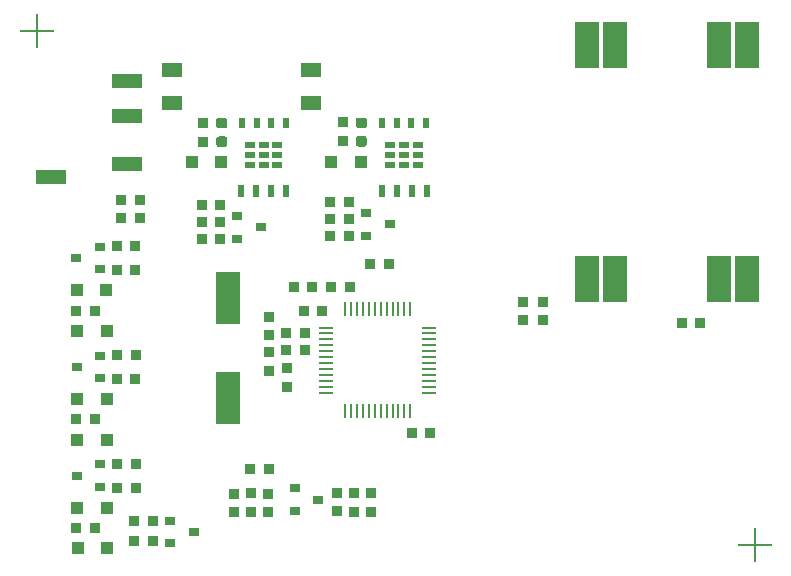
<source format=gtp>
G04 #@! TF.GenerationSoftware,KiCad,Pcbnew,6.0.0-rc1-unknown-6a5744a~66~ubuntu18.04.1*
G04 #@! TF.CreationDate,2018-10-14T16:50:05-07:00*
G04 #@! TF.ProjectId,EExtruder,4545787472756465722E6B696361645F,rev?*
G04 #@! TF.SameCoordinates,Original*
G04 #@! TF.FileFunction,Paste,Top*
G04 #@! TF.FilePolarity,Positive*
%FSLAX46Y46*%
G04 Gerber Fmt 4.6, Leading zero omitted, Abs format (unit mm)*
G04 Created by KiCad (PCBNEW 6.0.0-rc1-unknown-6a5744a~66~ubuntu18.04.1) date Sun 14 Oct 2018 04:50:05 PM PDT*
%MOMM*%
%LPD*%
G01*
G04 APERTURE LIST*
%ADD10R,3.000000X0.127000*%
%ADD11R,0.127000X3.000000*%
%ADD12R,0.875000X0.950000*%
%ADD13R,0.950000X0.875000*%
%ADD14R,1.750000X1.250000*%
%ADD15R,2.000000X4.000000*%
%ADD16R,2.000000X4.500000*%
%ADD17R,2.500000X1.200000*%
%ADD18R,0.250000X1.300000*%
%ADD19R,1.300000X0.250000*%
%ADD20R,0.900000X0.800000*%
%ADD21R,0.900000X0.600000*%
%ADD22R,0.600000X0.900000*%
%ADD23R,0.600000X1.050000*%
%ADD24R,1.000000X1.000000*%
%ADD25C,0.100000*%
%ADD26C,0.875000*%
G04 APERTURE END LIST*
D10*
G04 #@! TO.C,FID2*
X190563500Y-128397000D03*
D11*
X190563500Y-128397000D03*
G04 #@! TD*
D10*
G04 #@! TO.C,FID1*
X129730500Y-84899500D03*
D11*
X129730500Y-84899500D03*
G04 #@! TD*
D12*
G04 #@! TO.C,R29*
X134683500Y-108585000D03*
X133108500Y-108585000D03*
G04 #@! TD*
G04 #@! TO.C,R28*
X136524500Y-105156000D03*
X138099500Y-105156000D03*
G04 #@! TD*
G04 #@! TO.C,R27*
X138099500Y-103124000D03*
X136524500Y-103124000D03*
G04 #@! TD*
G04 #@! TO.C,R26*
X134683500Y-127000000D03*
X133108500Y-127000000D03*
G04 #@! TD*
G04 #@! TO.C,R25*
X136562500Y-123571000D03*
X138137500Y-123571000D03*
G04 #@! TD*
G04 #@! TO.C,R24*
X138137500Y-121539000D03*
X136562500Y-121539000D03*
G04 #@! TD*
G04 #@! TO.C,R23*
X134683500Y-117792000D03*
X133108500Y-117792000D03*
G04 #@! TD*
G04 #@! TO.C,R22*
X136524500Y-114364000D03*
X138099500Y-114364000D03*
G04 #@! TD*
G04 #@! TO.C,R21*
X138112500Y-112332000D03*
X136537500Y-112332000D03*
G04 #@! TD*
D13*
G04 #@! TO.C,R20*
X155130000Y-124015500D03*
X155130000Y-125590500D03*
G04 #@! TD*
G04 #@! TO.C,R19*
X158052000Y-124028500D03*
X158052000Y-125603500D03*
G04 #@! TD*
G04 #@! TO.C,R18*
X146431000Y-124078500D03*
X146431000Y-125653500D03*
G04 #@! TD*
G04 #@! TO.C,R17*
X149352000Y-124078500D03*
X149352000Y-125653500D03*
G04 #@! TD*
G04 #@! TO.C,R16*
X143828000Y-92710000D03*
X143828000Y-94285000D03*
G04 #@! TD*
D12*
G04 #@! TO.C,R15*
X143712500Y-102552000D03*
X145287500Y-102552000D03*
G04 #@! TD*
G04 #@! TO.C,R14*
X145275500Y-99631500D03*
X143700500Y-99631500D03*
G04 #@! TD*
G04 #@! TO.C,R13*
X143700500Y-101092000D03*
X145275500Y-101092000D03*
G04 #@! TD*
D13*
G04 #@! TO.C,R12*
X155638000Y-92659000D03*
X155638000Y-94234000D03*
G04 #@! TD*
D12*
G04 #@! TO.C,R11*
X154571500Y-102298000D03*
X156146500Y-102298000D03*
G04 #@! TD*
G04 #@! TO.C,R10*
X156146500Y-99377500D03*
X154571500Y-99377500D03*
G04 #@! TD*
G04 #@! TO.C,R9*
X154571500Y-100838000D03*
X156146500Y-100838000D03*
G04 #@! TD*
G04 #@! TO.C,R8*
X139573000Y-126428500D03*
X137998000Y-126428500D03*
G04 #@! TD*
D13*
G04 #@! TO.C,R7*
X172593000Y-107835500D03*
X172593000Y-109410500D03*
G04 #@! TD*
D12*
G04 #@! TO.C,R6*
X159563500Y-104648000D03*
X157988500Y-104648000D03*
G04 #@! TD*
D13*
G04 #@! TO.C,R5*
X170878000Y-107835500D03*
X170878000Y-109410500D03*
G04 #@! TD*
D12*
G04 #@! TO.C,R4*
X152451500Y-111950000D03*
X150876500Y-111950000D03*
G04 #@! TD*
G04 #@! TO.C,R3*
X152451500Y-110490000D03*
X150876500Y-110490000D03*
G04 #@! TD*
G04 #@! TO.C,R2*
X138455500Y-100774000D03*
X136880500Y-100774000D03*
G04 #@! TD*
G04 #@! TO.C,R1*
X138481500Y-99250500D03*
X136906500Y-99250500D03*
G04 #@! TD*
D13*
G04 #@! TO.C,C14*
X156591000Y-125603500D03*
X156591000Y-124028500D03*
G04 #@! TD*
G04 #@! TO.C,C13*
X147891500Y-125603000D03*
X147891500Y-124028000D03*
G04 #@! TD*
D14*
G04 #@! TO.C,C12*
X141160000Y-88195500D03*
X141160000Y-90995500D03*
G04 #@! TD*
G04 #@! TO.C,C11*
X152972000Y-88195500D03*
X152972000Y-90995500D03*
G04 #@! TD*
D12*
G04 #@! TO.C,C10*
X149415500Y-121984000D03*
X147840500Y-121984000D03*
G04 #@! TD*
G04 #@! TO.C,C9*
X139573000Y-128079500D03*
X137998000Y-128079500D03*
G04 #@! TD*
G04 #@! TO.C,C8*
X184340500Y-109601000D03*
X185915500Y-109601000D03*
G04 #@! TD*
D13*
G04 #@! TO.C,C7*
X150940000Y-113474500D03*
X150940000Y-115049500D03*
G04 #@! TD*
D12*
G04 #@! TO.C,C6*
X163067500Y-118936000D03*
X161492500Y-118936000D03*
G04 #@! TD*
G04 #@! TO.C,C5*
X154686500Y-106553000D03*
X156261500Y-106553000D03*
G04 #@! TD*
D13*
G04 #@! TO.C,C4*
X149416000Y-112090500D03*
X149416000Y-113665500D03*
G04 #@! TD*
G04 #@! TO.C,C3*
X149416000Y-110680500D03*
X149416000Y-109105500D03*
G04 #@! TD*
D12*
G04 #@! TO.C,C2*
X153923500Y-108648000D03*
X152348500Y-108648000D03*
G04 #@! TD*
G04 #@! TO.C,C1*
X153085500Y-106553000D03*
X151510500Y-106553000D03*
G04 #@! TD*
D15*
G04 #@! TO.C,U2*
X178704000Y-105944000D03*
X176304000Y-105944000D03*
X187504000Y-105944000D03*
X189904000Y-105944000D03*
X178704000Y-86144000D03*
X176304000Y-86144000D03*
X187504000Y-86144000D03*
X189904000Y-86144000D03*
G04 #@! TD*
D16*
G04 #@! TO.C,Y1*
X145923000Y-107514000D03*
X145923000Y-116014000D03*
G04 #@! TD*
D17*
G04 #@! TO.C,J2*
X137426000Y-89154000D03*
X137426000Y-92154000D03*
X137426000Y-96154000D03*
X130926000Y-97254000D03*
G04 #@! TD*
D18*
G04 #@! TO.C,U1*
X155873000Y-108426000D03*
X156373000Y-108426000D03*
X156873000Y-108426000D03*
X157373000Y-108426000D03*
X157873000Y-108426000D03*
X158373000Y-108426000D03*
X158873000Y-108426000D03*
X159373000Y-108426000D03*
X159873000Y-108426000D03*
X160373000Y-108426000D03*
X160873000Y-108426000D03*
X161373000Y-108426000D03*
D19*
X162973000Y-110026000D03*
X162973000Y-110526000D03*
X162973000Y-111026000D03*
X162973000Y-111526000D03*
X162973000Y-112026000D03*
X162973000Y-112526000D03*
X162973000Y-113026000D03*
X162973000Y-113526000D03*
X162973000Y-114026000D03*
X162973000Y-114526000D03*
X162973000Y-115026000D03*
X162973000Y-115526000D03*
D18*
X161373000Y-117126000D03*
X160873000Y-117126000D03*
X160373000Y-117126000D03*
X159873000Y-117126000D03*
X159373000Y-117126000D03*
X158873000Y-117126000D03*
X158373000Y-117126000D03*
X157873000Y-117126000D03*
X157373000Y-117126000D03*
X156873000Y-117126000D03*
X156373000Y-117126000D03*
X155873000Y-117126000D03*
D19*
X154273000Y-115526000D03*
X154273000Y-115026000D03*
X154273000Y-114526000D03*
X154273000Y-114026000D03*
X154273000Y-113526000D03*
X154273000Y-113026000D03*
X154273000Y-112526000D03*
X154273000Y-112026000D03*
X154273000Y-111526000D03*
X154273000Y-111026000D03*
X154273000Y-110526000D03*
X154273000Y-110026000D03*
G04 #@! TD*
D20*
G04 #@! TO.C,Q7*
X133096000Y-104138000D03*
X135096000Y-103188000D03*
X135096000Y-105088000D03*
G04 #@! TD*
G04 #@! TO.C,Q6*
X133128000Y-122552000D03*
X135128000Y-121602000D03*
X135128000Y-123502000D03*
G04 #@! TD*
G04 #@! TO.C,Q5*
X133128000Y-113345000D03*
X135128000Y-112395000D03*
X135128000Y-114295000D03*
G04 #@! TD*
D21*
G04 #@! TO.C,Q4*
X148971000Y-95436500D03*
D22*
X149571000Y-92736500D03*
D23*
X150881000Y-98456500D03*
X149611000Y-98456500D03*
X147061000Y-98456500D03*
X148331000Y-98456500D03*
D22*
X148371000Y-92736500D03*
X150851000Y-92736500D03*
X147091000Y-92736500D03*
D21*
X148971000Y-96286500D03*
X148971000Y-94586500D03*
X150121000Y-94586500D03*
X150121000Y-96286500D03*
X150121000Y-95436500D03*
X147821000Y-94586500D03*
X147821000Y-96286500D03*
X147821000Y-95436500D03*
G04 #@! TD*
D20*
G04 #@! TO.C,Q3*
X148717000Y-101536000D03*
X146717000Y-102486000D03*
X146717000Y-100586000D03*
G04 #@! TD*
D21*
G04 #@! TO.C,Q2*
X160846000Y-95446000D03*
D22*
X161446000Y-92746000D03*
D23*
X162756000Y-98466000D03*
X161486000Y-98466000D03*
X158936000Y-98466000D03*
X160206000Y-98466000D03*
D22*
X160246000Y-92746000D03*
X162726000Y-92746000D03*
X158966000Y-92746000D03*
D21*
X160846000Y-96296000D03*
X160846000Y-94596000D03*
X161996000Y-94596000D03*
X161996000Y-96296000D03*
X161996000Y-95446000D03*
X159696000Y-94596000D03*
X159696000Y-96296000D03*
X159696000Y-95446000D03*
G04 #@! TD*
D20*
G04 #@! TO.C,Q1*
X159639000Y-101282000D03*
X157639000Y-102232000D03*
X157639000Y-100332000D03*
G04 #@! TD*
D24*
G04 #@! TO.C,D12*
X135660000Y-110300000D03*
X133160000Y-110300000D03*
G04 #@! TD*
G04 #@! TO.C,D11*
X135636000Y-106870000D03*
X133136000Y-106870000D03*
G04 #@! TD*
G04 #@! TO.C,D10*
X135723000Y-128714000D03*
X133223000Y-128714000D03*
G04 #@! TD*
G04 #@! TO.C,D9*
X135680000Y-125286000D03*
X133180000Y-125286000D03*
G04 #@! TD*
G04 #@! TO.C,D8*
X135660000Y-119507000D03*
X133160000Y-119507000D03*
G04 #@! TD*
G04 #@! TO.C,D7*
X135660000Y-116078000D03*
X133160000Y-116078000D03*
G04 #@! TD*
D20*
G04 #@! TO.C,D6*
X153574000Y-124587000D03*
X151574000Y-125537000D03*
X151574000Y-123637000D03*
G04 #@! TD*
G04 #@! TO.C,D5*
X143065500Y-127317500D03*
X141065500Y-128267500D03*
X141065500Y-126367500D03*
G04 #@! TD*
D24*
G04 #@! TO.C,D4*
X145375000Y-96012000D03*
X142875000Y-96012000D03*
G04 #@! TD*
D25*
G04 #@! TO.C,D3*
G36*
X145692691Y-93848553D02*
X145713926Y-93851703D01*
X145734750Y-93856919D01*
X145754962Y-93864151D01*
X145774368Y-93873330D01*
X145792781Y-93884366D01*
X145810024Y-93897154D01*
X145825930Y-93911570D01*
X145840346Y-93927476D01*
X145853134Y-93944719D01*
X145864170Y-93963132D01*
X145873349Y-93982538D01*
X145880581Y-94002750D01*
X145885797Y-94023574D01*
X145888947Y-94044809D01*
X145890000Y-94066250D01*
X145890000Y-94503750D01*
X145888947Y-94525191D01*
X145885797Y-94546426D01*
X145880581Y-94567250D01*
X145873349Y-94587462D01*
X145864170Y-94606868D01*
X145853134Y-94625281D01*
X145840346Y-94642524D01*
X145825930Y-94658430D01*
X145810024Y-94672846D01*
X145792781Y-94685634D01*
X145774368Y-94696670D01*
X145754962Y-94705849D01*
X145734750Y-94713081D01*
X145713926Y-94718297D01*
X145692691Y-94721447D01*
X145671250Y-94722500D01*
X145158750Y-94722500D01*
X145137309Y-94721447D01*
X145116074Y-94718297D01*
X145095250Y-94713081D01*
X145075038Y-94705849D01*
X145055632Y-94696670D01*
X145037219Y-94685634D01*
X145019976Y-94672846D01*
X145004070Y-94658430D01*
X144989654Y-94642524D01*
X144976866Y-94625281D01*
X144965830Y-94606868D01*
X144956651Y-94587462D01*
X144949419Y-94567250D01*
X144944203Y-94546426D01*
X144941053Y-94525191D01*
X144940000Y-94503750D01*
X144940000Y-94066250D01*
X144941053Y-94044809D01*
X144944203Y-94023574D01*
X144949419Y-94002750D01*
X144956651Y-93982538D01*
X144965830Y-93963132D01*
X144976866Y-93944719D01*
X144989654Y-93927476D01*
X145004070Y-93911570D01*
X145019976Y-93897154D01*
X145037219Y-93884366D01*
X145055632Y-93873330D01*
X145075038Y-93864151D01*
X145095250Y-93856919D01*
X145116074Y-93851703D01*
X145137309Y-93848553D01*
X145158750Y-93847500D01*
X145671250Y-93847500D01*
X145692691Y-93848553D01*
X145692691Y-93848553D01*
G37*
D26*
X145415000Y-94285000D03*
D25*
G36*
X145692691Y-92273553D02*
X145713926Y-92276703D01*
X145734750Y-92281919D01*
X145754962Y-92289151D01*
X145774368Y-92298330D01*
X145792781Y-92309366D01*
X145810024Y-92322154D01*
X145825930Y-92336570D01*
X145840346Y-92352476D01*
X145853134Y-92369719D01*
X145864170Y-92388132D01*
X145873349Y-92407538D01*
X145880581Y-92427750D01*
X145885797Y-92448574D01*
X145888947Y-92469809D01*
X145890000Y-92491250D01*
X145890000Y-92928750D01*
X145888947Y-92950191D01*
X145885797Y-92971426D01*
X145880581Y-92992250D01*
X145873349Y-93012462D01*
X145864170Y-93031868D01*
X145853134Y-93050281D01*
X145840346Y-93067524D01*
X145825930Y-93083430D01*
X145810024Y-93097846D01*
X145792781Y-93110634D01*
X145774368Y-93121670D01*
X145754962Y-93130849D01*
X145734750Y-93138081D01*
X145713926Y-93143297D01*
X145692691Y-93146447D01*
X145671250Y-93147500D01*
X145158750Y-93147500D01*
X145137309Y-93146447D01*
X145116074Y-93143297D01*
X145095250Y-93138081D01*
X145075038Y-93130849D01*
X145055632Y-93121670D01*
X145037219Y-93110634D01*
X145019976Y-93097846D01*
X145004070Y-93083430D01*
X144989654Y-93067524D01*
X144976866Y-93050281D01*
X144965830Y-93031868D01*
X144956651Y-93012462D01*
X144949419Y-92992250D01*
X144944203Y-92971426D01*
X144941053Y-92950191D01*
X144940000Y-92928750D01*
X144940000Y-92491250D01*
X144941053Y-92469809D01*
X144944203Y-92448574D01*
X144949419Y-92427750D01*
X144956651Y-92407538D01*
X144965830Y-92388132D01*
X144976866Y-92369719D01*
X144989654Y-92352476D01*
X145004070Y-92336570D01*
X145019976Y-92322154D01*
X145037219Y-92309366D01*
X145055632Y-92298330D01*
X145075038Y-92289151D01*
X145095250Y-92281919D01*
X145116074Y-92276703D01*
X145137309Y-92273553D01*
X145158750Y-92272500D01*
X145671250Y-92272500D01*
X145692691Y-92273553D01*
X145692691Y-92273553D01*
G37*
D26*
X145415000Y-92710000D03*
G04 #@! TD*
D24*
G04 #@! TO.C,D2*
X157186000Y-96012000D03*
X154686000Y-96012000D03*
G04 #@! TD*
D25*
G04 #@! TO.C,D1*
G36*
X157503691Y-93823053D02*
X157524926Y-93826203D01*
X157545750Y-93831419D01*
X157565962Y-93838651D01*
X157585368Y-93847830D01*
X157603781Y-93858866D01*
X157621024Y-93871654D01*
X157636930Y-93886070D01*
X157651346Y-93901976D01*
X157664134Y-93919219D01*
X157675170Y-93937632D01*
X157684349Y-93957038D01*
X157691581Y-93977250D01*
X157696797Y-93998074D01*
X157699947Y-94019309D01*
X157701000Y-94040750D01*
X157701000Y-94478250D01*
X157699947Y-94499691D01*
X157696797Y-94520926D01*
X157691581Y-94541750D01*
X157684349Y-94561962D01*
X157675170Y-94581368D01*
X157664134Y-94599781D01*
X157651346Y-94617024D01*
X157636930Y-94632930D01*
X157621024Y-94647346D01*
X157603781Y-94660134D01*
X157585368Y-94671170D01*
X157565962Y-94680349D01*
X157545750Y-94687581D01*
X157524926Y-94692797D01*
X157503691Y-94695947D01*
X157482250Y-94697000D01*
X156969750Y-94697000D01*
X156948309Y-94695947D01*
X156927074Y-94692797D01*
X156906250Y-94687581D01*
X156886038Y-94680349D01*
X156866632Y-94671170D01*
X156848219Y-94660134D01*
X156830976Y-94647346D01*
X156815070Y-94632930D01*
X156800654Y-94617024D01*
X156787866Y-94599781D01*
X156776830Y-94581368D01*
X156767651Y-94561962D01*
X156760419Y-94541750D01*
X156755203Y-94520926D01*
X156752053Y-94499691D01*
X156751000Y-94478250D01*
X156751000Y-94040750D01*
X156752053Y-94019309D01*
X156755203Y-93998074D01*
X156760419Y-93977250D01*
X156767651Y-93957038D01*
X156776830Y-93937632D01*
X156787866Y-93919219D01*
X156800654Y-93901976D01*
X156815070Y-93886070D01*
X156830976Y-93871654D01*
X156848219Y-93858866D01*
X156866632Y-93847830D01*
X156886038Y-93838651D01*
X156906250Y-93831419D01*
X156927074Y-93826203D01*
X156948309Y-93823053D01*
X156969750Y-93822000D01*
X157482250Y-93822000D01*
X157503691Y-93823053D01*
X157503691Y-93823053D01*
G37*
D26*
X157226000Y-94259500D03*
D25*
G36*
X157503691Y-92248053D02*
X157524926Y-92251203D01*
X157545750Y-92256419D01*
X157565962Y-92263651D01*
X157585368Y-92272830D01*
X157603781Y-92283866D01*
X157621024Y-92296654D01*
X157636930Y-92311070D01*
X157651346Y-92326976D01*
X157664134Y-92344219D01*
X157675170Y-92362632D01*
X157684349Y-92382038D01*
X157691581Y-92402250D01*
X157696797Y-92423074D01*
X157699947Y-92444309D01*
X157701000Y-92465750D01*
X157701000Y-92903250D01*
X157699947Y-92924691D01*
X157696797Y-92945926D01*
X157691581Y-92966750D01*
X157684349Y-92986962D01*
X157675170Y-93006368D01*
X157664134Y-93024781D01*
X157651346Y-93042024D01*
X157636930Y-93057930D01*
X157621024Y-93072346D01*
X157603781Y-93085134D01*
X157585368Y-93096170D01*
X157565962Y-93105349D01*
X157545750Y-93112581D01*
X157524926Y-93117797D01*
X157503691Y-93120947D01*
X157482250Y-93122000D01*
X156969750Y-93122000D01*
X156948309Y-93120947D01*
X156927074Y-93117797D01*
X156906250Y-93112581D01*
X156886038Y-93105349D01*
X156866632Y-93096170D01*
X156848219Y-93085134D01*
X156830976Y-93072346D01*
X156815070Y-93057930D01*
X156800654Y-93042024D01*
X156787866Y-93024781D01*
X156776830Y-93006368D01*
X156767651Y-92986962D01*
X156760419Y-92966750D01*
X156755203Y-92945926D01*
X156752053Y-92924691D01*
X156751000Y-92903250D01*
X156751000Y-92465750D01*
X156752053Y-92444309D01*
X156755203Y-92423074D01*
X156760419Y-92402250D01*
X156767651Y-92382038D01*
X156776830Y-92362632D01*
X156787866Y-92344219D01*
X156800654Y-92326976D01*
X156815070Y-92311070D01*
X156830976Y-92296654D01*
X156848219Y-92283866D01*
X156866632Y-92272830D01*
X156886038Y-92263651D01*
X156906250Y-92256419D01*
X156927074Y-92251203D01*
X156948309Y-92248053D01*
X156969750Y-92247000D01*
X157482250Y-92247000D01*
X157503691Y-92248053D01*
X157503691Y-92248053D01*
G37*
D26*
X157226000Y-92684500D03*
G04 #@! TD*
M02*

</source>
